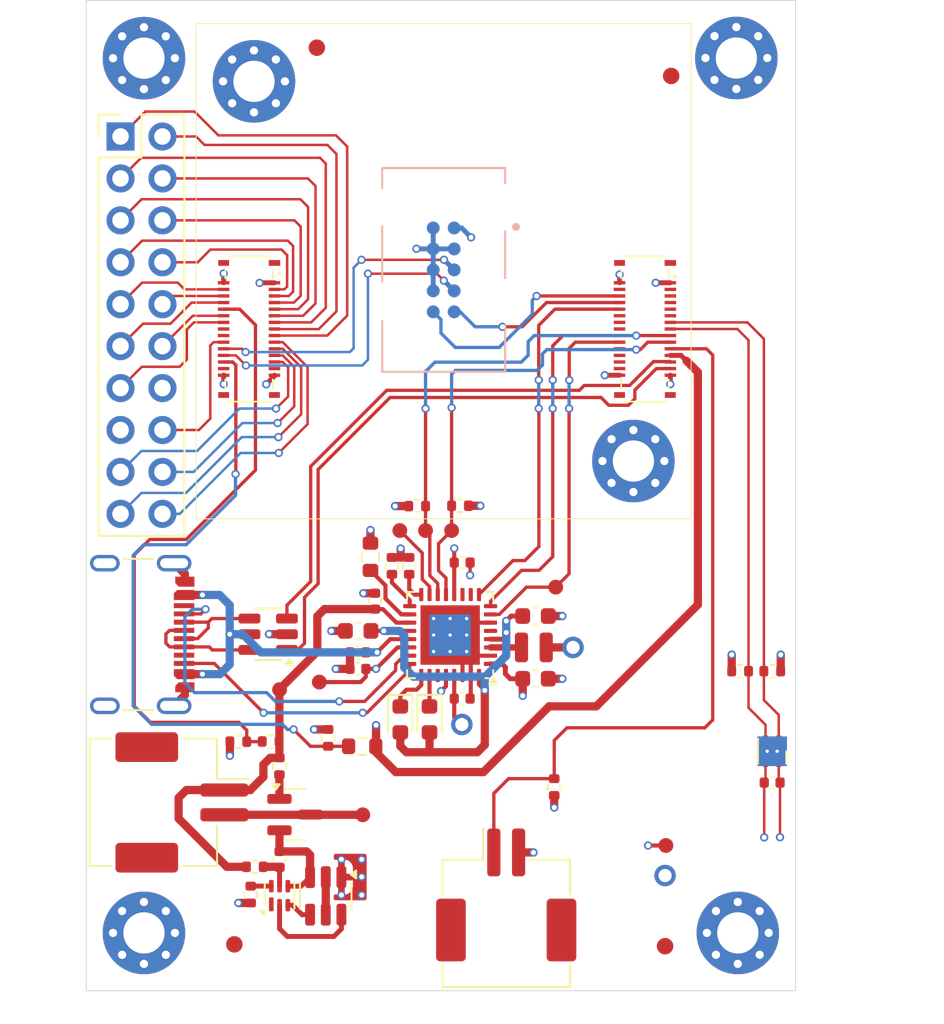
<source format=kicad_pcb>
(kicad_pcb (version 20240108) (generator "pcbnew") (generator_version "8.0")
  (layers (0 "F.Cu" signal) (1 "In1.Cu" jumper) (2 "In2.Cu" power) (31 "B.Cu" signal) (34 "B.Paste" user) (35 "F.Paste" user) (36 "B.SilkS" user "B.Silkscreen") (37 "F.SilkS" user "F.Silkscreen") (38 "B.Mask" user) (39 "F.Mask" user) (44 "Edge.Cuts" user))
  (net 0 "")
  (net 1 "/MCU/+1.8V_LS1")
  (net 2 "GND")
  (net 3 "Net-(IC301-BAT)")
  (net 4 "Net-(IC301-VSS)")
  (net 5 "/POWER/+5V_VBUSIN")
  (net 6 "/MCU/+3.7V_BAT")
  (net 7 "/MCU/+1.8V_VDD_nRF")
  (net 8 "/POWER/VSYS")
  (net 9 "Net-(CON101-D--PadA7)")
  (net 10 "/POWER/CC2")
  (net 13 "/POWER/CC1")
  (net 14 "Net-(CON101-D+-PadA6)")
  (net 16 "/MCU/NRF_EXT_INT")
  (net 18 "/POWER/BAT-")
  (net 19 "NRF_SWCLK")
  (net 20 "NRF_SWDIO")
  (net 21 "NRF_UART_TX")
  (net 22 "NRF_UART_RX")
  (net 23 "/MCU/USB_D-")
  (net 24 "/MCU/USB_D+")
  (net 25 "Net-(D301-K)")
  (net 26 "Net-(D302-K)")
  (net 27 "NRF_I2C_SCL")
  (net 28 "NRF_I2C_SDA")
  (net 31 "Net-(IC301-Dout)")
  (net 32 "Net-(IC301-Cout)")
  (net 33 "Net-(IC301-V-)")
  (net 36 "/MCU/LS1_CTRL")
  (net 38 "Net-(IC302-VSET2)")
  (net 39 "/POWER/PMIC_NTC")
  (net 40 "Net-(IC302-VSET1)")
  (net 41 "/MCU/NRF_PMIC_SDA")
  (net 42 "/POWER/SHPHLD")
  (net 43 "/MCU/NRF_PMIC_SCL")
  (net 45 "/MCU/NRF_PMIC_INT")
  (net 46 "P0.27")
  (net 47 "3.7V_BAT_Sense")
  (net 48 "Net-(T301-G)")
  (net 49 "Net-(T302-D1{slash}D2-Pad2)")
  (net 50 "P1.15")
  (net 51 "P0.06")
  (net 53 "P1.11")
  (net 54 "P1.10")
  (net 59 "P0.10")
  (net 60 "P0.30")
  (net 61 "P0.26")
  (net 62 "P1.08")
  (net 63 "P0.28")
  (net 64 "P0.03")
  (net 65 "P0.29")
  (net 66 "P0.11")
  (net 67 "P0.31")
  (net 68 "P1.13")
  (net 69 "P0.05")
  (net 70 "P1.14")
  (net 72 "P1.12")
  (net 73 "/MCU/+5V_VBUS")
  (net 74 "/MCU/NRF_PMIC_RST")
  (net 75 "P0.04")
  (net 78 "/POWER/SW1")
  (footprint "Connector_PinHeader_2.54mm:PinHeader_2x10_P2.54mm_Vertical" (layer "F.Cu") (at 123.7 86.61)
    (property "Reference" "J201" (hide yes))
    (property "Value" "Conn_02x10_Odd_Even")
  )
  (footprint "CON:CON-SM02B-ZESS_TB" (layer "F.Cu") (at 147.131 130.53)
    (property "Reference" "CON102" (hide yes))
    (property "Value" "SM02B-ZESS-TB")
  )
  (footprint "Resistor_SMD:R_0402_1005Metric" (layer "F.Cu") (at 163.21 119 180)
    (property "Reference" "R207" (hide yes))
    (property "Value" "4k7")
  )
  (footprint "PCB:TP_Pad_D0.9mm" (layer "F.Cu") (at 133.34 120.12)
    (property "Reference" "TP302" (hide yes))
    (property "Value" "TP")
  )
  (footprint "Resistor_SMD:R_0402_1005Metric" (layer "F.Cu") (at 133.33 124.76 -90)
    (property "Reference" "R301" (hide yes))
    (property "Value" "10k")
  )
  (footprint "Capacitor_SMD:C_0603_1608Metric" (layer "F.Cu") (at 138.105 116.56 180)
    (property "Reference" "C306" (hide yes))
    (property "Value" "10uF")
  )
  (footprint "Resistor_SMD:R_0402_1005Metric" (layer "F.Cu") (at 131.59 132.53 -90)
    (property "Reference" "R302" (hide yes))
    (property "Value" "2k")
  )
  (footprint "Resistor_SMD:R_0402_1005Metric" (layer "F.Cu") (at 132.8 123.26 180)
    (property "Reference" "R210" (hide yes))
    (property "Value" "1M")
  )
  (footprint "Package_TO_SOT_SMD:SOT-23-6" (layer "F.Cu") (at 132.65 116.7625 180)
    (property "Reference" "D101" (hide yes))
    (property "Value" "USBLC6-2")
  )
  (footprint "Resistor_SMD:R_0402_1005Metric" (layer "F.Cu") (at 141.68 109)
    (property "Reference" "R208" (hide yes))
    (property "Value" "4k7")
  )
  (footprint "MECH:M-NRF52840" (layer "F.Cu") (at 143.29 94.77)
    (property "Reference" "M201" (hide yes))
    (property "Value" "~")
  )
  (footprint "PCB:TP_Pad_D0.9mm" (layer "F.Cu") (at 140.63 110.48)
    (property "Reference" "TP305" (hide yes))
    (property "Value" "TP")
  )
  (footprint "Capacitor_SMD:C_0402_1005Metric" (layer "F.Cu") (at 139.13 114.76 90)
    (property "Reference" "C303" (hide yes))
    (property "Value" "1uF")
  )
  (footprint "Resistor_SMD:R_0402_1005Metric" (layer "F.Cu") (at 149.99 126.02 90)
    (property "Reference" "R205" (hide yes))
    (property "Value" "1M")
  )
  (footprint "Resistor_SMD:R_0402_1005Metric" (layer "F.Cu") (at 141.2 112.62 90)
    (property "Reference" "R305" (hide yes))
    (property "Value" "0")
  )
  (footprint "Resistor_SMD:R_0402_1005Metric" (layer "F.Cu") (at 140.15 112.62 90)
    (property "Reference" "R304" (hide yes))
    (property "Value" "200k")
  )
  (footprint "Capacitor_SMD:C_0603_1608Metric" (layer "F.Cu") (at 148.855 119.46)
    (property "Reference" "C305" (hide yes))
    (property "Value" "10uF")
  )
  (footprint "Resistor_SMD:R_0402_1005Metric" (layer "F.Cu") (at 136.285 123.04 90)
    (property "Reference" "R202" (hide yes))
    (property "Value" "10k")
  )
  (footprint "QFN:QFN-32-1EP_5x5mm_P0.5mm_EP3.6x3.6mm_ThermalVias" (layer "F.Cu") (at 143.68 116.81 180)
    (property "Reference" "IC302" (hide yes))
    (property "Value" "IC_PWREG-NPM1300")
  )
  (footprint "Capacitor_SMD:C_0402_1005Metric" (layer "F.Cu") (at 144.41 112.42)
    (property "Reference" "C304" (hide yes))
    (property "Value" "100nF")
  )
  (footprint "Resistor_SMD:R_0402_1005Metric" (layer "F.Cu") (at 144.28 108.98 180)
    (property "Reference" "R206" (hide yes))
    (property "Value" "4k7")
  )
  (footprint "PCB:PCB-FID-JLCPCB" (layer "F.Cu") (at 130.6 135.55)
    (property "Reference" "FID104" (hide yes))
    (property "Value" "Fiducal-JLCPPCB")
  )
  (footprint "CON:CON-SM02B-ZESS_TB" (layer "F.Cu") (at 129.44 127.001 -90)
    (property "Reference" "CON103" (hide yes))
    (property "Value" "SM02B-ZESS-TB")
  )
  (footprint "Diode_SMD:D_0603_1608Metric" (layer "F.Cu") (at 142.43 121.9225 -90)
    (property "Reference" "D301" (hide yes))
    (property "Value" "GREEN")
  )
  (footprint "Capacitor_SMD:C_0402_1005Metric" (layer "F.Cu") (at 133.34 130.4 90)
    (property "Reference" "C301" (hide yes))
    (property "Value" "100nF")
  )
  (footprint "Capacitor_SMD:C_0402_1005Metric" (layer "F.Cu") (at 138.09 118.86 180)
    (property "Reference" "C309" (hide yes))
    (property "Value" "1uF")
  )
  (footprint "Capacitor_SMD:C_0402_1005Metric" (layer "F.Cu") (at 138.09 117.86 180)
    (property "Reference" "C302" (hide yes))
    (property "Value" "1uF")
  )
  (footprint "Capacitor_SMD:C_0402_1005Metric" (layer "F.Cu") (at 163.2 125.75)
    (property "Reference" "C221" (hide yes))
    (property "Value" "100nF")
  )
  (footprint "MountingHole:MountingHole_2.5mm_Pad_Via" (layer "F.Cu") (at 161.03 81.855825)
    (property "Reference" "MH103" (hide yes))
    (property "Value" "~")
  )
  (footprint "PCB:TP_Pad_D0.9mm" (layer "F.Cu") (at 143.77 110.48)
    (property "Reference" "TP204" (hide yes))
    (property "Value" "TP")
  )
  (footprint "MountingHole:MountingHole_2.5mm_Pad_Via" (layer "F.Cu") (at 125.12 81.865825)
    (property "Reference" "MH101" (hide yes))
    (property "Value" "~")
  )
  (footprint "PCB:PCB-NPTH-JLCPCB" (layer "F.Cu") (at 163.25 130.63)
    (property "Reference" "PCB102" (hide yes))
    (property "Value" "Tooling Hole JLCPCB")
  )
  (footprint "IND_SMD:L_0806" (layer "F.Cu") (at 148.755 117.56 180)
    (property "Reference" "L301" (hide yes))
    (property "Value" "2.2uH")
  )
  (footprint "PCB:TP_Pad_D0.9mm" (layer "F.Cu") (at 150.08 113.91)
    (property "Reference" "TP304" (hide yes))
    (property "Value" "TP")
  )
  (footprint "Diode_SMD:D_0603_1608Metric" (layer "F.Cu") (at 140.66 121.9225 -90)
    (property "Reference" "D302" (hide yes))
    (property "Value" "RED")
  )
  (footprint "PCB:PCB-NPTH-JLCPCB" (layer "F.Cu") (at 129.16 80.68)
    (property "Reference" "PCB101" (hide yes))
    (property "Value" "Tooling Hole JLCPCB")
  )
  (footprint "PCB:TP_Pad_D0.9mm" (layer "F.Cu") (at 135.75 119.66)
    (property "Reference" "TP310" (hide yes))
    (property "Value" "TP")
  )
  (footprint "PCB:TP_Pad_D0.9mm" (layer "F.Cu") (at 138.385 127.7005)
    (property "Reference" "TP301" (hide yes))
    (property "Value" "TP")
  )
  (footprint "CON:CON-GEN-USB_C-16P" (layer "F.Cu") (at 123.825 116.79 -90)
    (property "Reference" "CON101" (hide yes))
    (property "Value" "G Switch GT USB 7010ASV")
  )
  (footprint "Resistor_SMD:R_0402_1005Metric" (layer "F.Cu") (at 161.26 119)
    (property "Reference" "R204" (hide yes))
    (property "Value" "4k7")
  )
  (footprint "PCB:TP_Pad_D0.9mm" (layer "F.Cu") (at 156.76 129.56)
    (property "Reference" "TP306" (hide yes))
    (property "Value" "TP")
  )
  (footprint "Resistor_SMD:R_0402_1005Metric" (layer "F.Cu") (at 130.84 123.27 180)
    (property "Reference" "R211" (hide yes))
    (property "Value" "750k")
  )
  (footprint "PCB:TP_THT_D0.8mm" (layer "F.Cu") (at 144.39 122.23)
    (property "Reference" "TP309" (hide yes))
    (property "Value" "Testpoint-BASE")
  )
  (footprint "Resistor_SMD:R_0603_1608Metric" (layer "F.Cu") (at 138.35 123.55 180)
    (property "Reference" "R201" (hide yes))
    (property "Value" "10k")
  )
  (footprint "PCB:TP_THT_D0.8mm" (layer "F.Cu") (at 151.13 117.56)
    (property "Reference" "TP308" (hide yes))
    (property "Value" "Testpoint-BASE")
  )
  (footprint "Package_SON:WSON-6_1.5x1.5mm_P0.5mm" (layer "F.Cu") (at 133.34 132.6 90)
    (property "Reference" "IC301" (hide yes))
    (property "Value" "IC_PWREG-BQ29700")
  )
  (footprint "PCB:PCB-FID-JLCPCB" (layer "F.Cu") (at 156.71 135.66)
    (property "Reference" "FID103" (hide yes))
    (property "Value" "Fiducal-JLCPPCB")
  )
  (footprint "MountingHole:MountingHole_2.5mm_Pad_Via" (layer "F.Cu") (at 161.12 134.855825)
    (property "Reference" "MH102" (hide yes))
    (property "Value" "~")
  )
  (footprint "PCB:TP_Pad_D0.9mm" (layer "F.Cu") (at 142.19 110.48)
    (property "Reference" "TP205" (hide yes))
    (property "Value" "TP")
  )
  (footprint "Package_TO_SOT_SMD:SOT-23" (layer "F.Cu") (at 134.2725 127.688)
    (property "Reference" "T301" (hide yes))
    (property "Value" "SI2312BDS")
  )
  (footprint "DFN:DNF-1.5x1.5_H0.54-SHT40-AD1B_THPAD" (layer "F.Cu") (at 163.2 123.85 180)
    (property "Reference" "IC202" (hide yes))
    (property "Value" "IC_SENS-SHT40-AD1B_THP")
  )
  (footprint "PCB:TP_THT_D0.8mm" (layer "F.Cu") (at 156.71 131.38)
    (property "Reference" "TP303" (hide yes))
    (property "Value" "Testpoint-BASE")
  )
  (footprint "Capacitor_SMD:C_0603_1608Metric" (layer "F.Cu") (at 148.855 115.66)
    (property "Reference" "C308" (hide yes))
    (property "Value" "10uF")
  )
  (footprint "PCB:PCB-FID-JLCPCB" (layer "F.Cu") (at 135.6 81.23)
    (property "Reference" "FID101" (hide yes))
    (property "Value" "Fiducal-JLCPPCB")
  )
  (footprint "Capacitor_SMD:C_0402_1005Metric" (layer "F.Cu") (at 144.41 120.66)
    (property "Reference" "C307" (hide yes))
    (property "Value" "1uF")
  )
  (footprint "PCB:PCB-FID-JLCPCB" (layer "F.Cu") (at 157.08 82.94)
    (property "Reference" "FID102" (hide yes))
    (property "Value" "Fiducal-JLCPPCB")
  )
  (footprint "PCB:PCB-NPTH-JLCPCB" (layer "F.Cu") (at 157.29 80.65)
    (property "Reference" "PCB103" (hide yes))
    (property "Value" "Tooling Hole JLCPCB")
  )
  (footprint "Resistor_SMD:R_0603_1608Metric" (layer "F.Cu") (at 138.85 112.07 90)
    (property "Reference" "R306" (hide yes))
    (property "Value" "10k")
  )
  (footprint "Package_TO_SOT_SMD:SOT-23-6" (layer "F.Cu") (at 136.14 132.6125 -90)
    (property "Reference" "T302" (hide yes))
    (property "Value" "DMG6968UDM")
  )
  (footprint "PCB:PCB-NPTH-JLCPCB" (layer "F.Cu") (at 129.26 133.27)
    (property "Reference" "PCB104" (hide yes))
    (property "Value" "Tooling Hole JLCPCB")
  )
  (footprint "MountingHole:MountingHole_2.5mm_Pad_Via" (layer "F.Cu") (at 125.12 134.855825)
    (property "Reference" "MH104" (hide yes))
    (property "Value" "~")
  )
  (footprint "Resistor_SMD:R_0402_1005Metric" (layer "F.Cu") (at 131.84 130.85)
    (property "Reference" "R303" (hide yes))
    (property "Value" "330")
  )
  (gr_rect (start 121.62 78.365825) (end 164.62 138.355825) (stroke (width 0.05)) (fill none) (layer "Edge.Cuts"))
  (segment (start 162.72 129.07) (end 162.72 125.75) (width 0.15) (layer "F.Cu") (net 1))
  (segment (start 143.93 120.66) (end 143.93 121.77) (width 0.25) (layer "F.Cu") (net 1))
  (segment (start 143.93 121.77) (end 144.39 122.23) (width 0.25) (layer "F.Cu") (net 1))
  (segment (start 163.72 118) (end 163.72 119) (width 0.5) (layer "F.Cu") (net 1))
  (segment (start 143.93 120.66) (end 143.93 119.26) (width 0.25) (layer "F.Cu") (net 1))
  (segment (start 162.8 125.67) (end 162.8 124.55) (width 0.15) (layer "F.Cu") (net 1))
  (segment (start 162.72 125.75) (end 162.8 125.67) (width 0.15) (layer "F.Cu") (net 1))
  (segment (start 160.75 119) (end 160.75 118) (width 0.5) (layer "F.Cu") (net 1))
  (via (at 160.75 118) (size 0.5) (drill 0.3) (layers "F.Cu" "B.Cu") (net 1))
  (via (at 162.72 129.07) (size 0.5) (drill 0.3) (layers "F.Cu" "B.Cu") (net 1))
  (via (at 163.72 118) (size 0.5) (drill 0.3) (layers "F.Cu" "B.Cu") (net 1))
  (segment (start 137.61 117.86) (end 137.61 118.86) (width 0.5) (layer "F.Cu") (net 2))
  (segment (start 163.68 125.75) (end 163.68 129.06) (width 0.15) (layer "F.Cu") (net 2))
  (segment (start 131.59 133.04) (end 130.84 133.04) (width 0.5) (layer "F.Cu") (net 2))
  (segment (start 144.43 116.06) (end 143.68 116.81) (width 0.25) (layer "F.Cu") (net 2))
  (segment (start 146.13 116.06) (end 144.43 116.06) (width 0.25) (layer "F.Cu") (net 2))
  (segment (start 133.03 101.07) (end 133.03 101.12) (width 0.3) (layer "F.Cu") (net 2))
  (segment (start 140.68 111.57) (end 140.68 112.11) (width 0.5) (layer "F.Cu") (net 2))
  (segment (start 127.6 119.98) (end 127.6 120.45) (width 0.5) (layer "F.Cu") (net 2))
  (segment (start 132.7125 116.7625) (end 132.7 116.75) (width 0.5) (layer "F.Cu") (net 2))
  (segment (start 133.7875 116.7625) (end 132.7125 116.7625) (width 0.5) (layer "F.Cu") (net 2))
  (segment (start 129.95 95.47) (end 129.95 94.91) (width 0.3) (layer "F.Cu") (net 2))
  (segment (start 144.43 119.26) (end 144.43 117.56) (width 0.25) (layer "F.Cu") (net 2))
  (segment (start 137.61 118.86) (end 136.75 118.86) (width 0.5) (layer "F.Cu") (net 2))
  (segment (start 133.03 101.12) (end 132.53 101.62) (width 0.3) (layer "F.Cu") (net 2))
  (segment (start 146.13 118.06) (end 144.93 118.06) (width 0.25) (layer "F.Cu") (net 2))
  (segment (start 136.285 122.53) (end 135.43 122.53) (width 0.5) (layer "F.Cu") (net 2))
  (segment (start 126.95 112.46) (end 127.6 113.11) (width 0.5) (layer "F.Cu") (net 2))
  (segment (start 144.43 117.56) (end 143.68 116.81) (width 0.25) (layer "F.Cu") (net 2))
  (segment (start 137.33 116.56) (end 136.48 116.56) (width 0.5) (layer "F.Cu") (net 2))
  (segment (start 144.93 118.06) (end 144.68 117.81) (width 0.25) (layer "F.Cu") (net 2))
  (segment (start 140.15 112.11) (end 140.68 112.11) (width 0.5) (layer "F.Cu") (net 2))
  (segment (start 138.85 111.245) (end 138.85 110.45) (width 0.5) (layer "F.Cu") (net 2))
  (segment (start 149.63 119.46) (end 150.48 119.46) (width 0.5) (layer "F.Cu") (net 2))
  (segment (start 144.93 119.26) (end 144.93 118.06) (width 0.25) (layer "F.Cu") (net 2))
  (segment (start 130.33 123.27) (end 130.33 124.12) (width 0.5) (layer "F.Cu") (net 2))
  (segment (start 148.7255 129.98) (end 148.7305 129.985) (width 0.5) (layer "F.Cu") (net 2))
  (segment (start 157.03 101.07) (end 157.03 101.61) (width 0.3) (layer "F.Cu") (net 2))
  (segment (start 144.93 119.26) (end 144.93 120.62) (width 0.25) (layer "F.Cu") (net 2))
  (segment (start 139.13 114.28) (end 138.42 114.28) (width 0.5) (layer "F.Cu") (net 2))
  (segment (start 144.89 112.42) (end 144.89 113.19) (width 0.2) (layer "F.Cu") (net 2))
  (segment (start 144.93 118.06) (end 143.68 116.81) (width 0.25) (layer "F.Cu") (net 2))
  (segment (start 127.6 113.11) (end 127.6 113.58) (width 0.5) (layer "F.Cu") (net 2))
  (segment (start 149.63 115.66) (end 150.48 115.66) (width 0.5) (layer "F.Cu") (net 2))
  (segment (start 147.83 129.98) (end 148.7255 129.98) (width 0.5) (layer "F.Cu") (net 2))
  (segment (start 140.68 112.11) (end 141.2 112.11) (width 0.5) (layer "F.Cu") (net 2))
  (segment (start 127.6 120.45) (end 126.95 121.1) (width 0.5) (layer "F.Cu") (net 2))
  (segment (start 163.6 125.67) (end 163.6 124.55) (width 0.15) (layer "F.Cu") (net 2))
  (segment (start 153.95 95.47) (end 153.95 94.97) (width 0.3) (layer "F.Cu") (net 2))
  (segment (start 163.68 125.75) (end 163.6 125.67) (width 0.15) (layer "F.Cu") (net 2))
  (segment (start 144.93 120.62) (end 144.89 120.66) (width 0.25) (layer "F.Cu") (net 2))
  (via (at 136.48 116.56) (size 0.5) (drill 0.3) (layers "F.Cu" "B.Cu") (net 2))
  (via (at 153.95 94.97) (size 0.5) (drill 0.3) (layers "F.Cu" "B.Cu") (net 2))
  (via (at 130.33 124.12) (size 0.5) (drill 0.3) (layers "F.Cu" "B.Cu") (net 2))
  (via (at 141.64 93.41) (size 0.5) (drill 0.3) (layers "F.Cu" "B.Cu") (net 2))
  (via (at 138.32 130.4) (size 0.5) (drill 0.3) (layers "F.Cu" "B.Cu") (net 2))
  (via (at 150.48 119.46) (size 0.5) (drill 0.3) (layers "F.Cu" "B.Cu") (net 2))
  (via (at 138.32 131.46) (size 0.5) (drill 0.3) (layers "F.Cu" "B.Cu") (net 2))
  (via (at 132.53 101.62) (size 0.5) (drill 0.3) (layers "F.Cu" "B.Cu") (net 2))
  (via (at 132.7 116.75) (size 0.5) (drill 0.3) (layers "F.Cu" "B.Cu") (net 2))
  (via (at 163.68 129.06) (size 0.5) (drill 0.3) (layers "F.Cu" "B.Cu") (net 2))
  (via (at 137.09 132.56) (size 0.5) (drill 0.3) (layers "F.Cu" "B.Cu") (net 2))
  (via (at 129.95 94.91) (size 0.5) (drill 0.3) (layers "F.Cu" "B.Cu") (net 2))
  (via (at 135.43 122.53) (size 0.5) (drill 0.3) (layers "F.Cu" "B.Cu") (net 2))
  (via (at 130.84 133.04) (size 0.5) (drill 0.3) (layers "F.Cu" "B.Cu") (net 2))
  (via (at 137.09 130.4) (size 0.5) (drill 0.3) (layers "F.Cu" "B.Cu") (net 2))
  (via (at 138.42 114.28) (size 0.5) (drill 0.3) (layers "F.Cu" "B.Cu") (net 2))
  (via (at 148.7305 129.985) (size 0.5) (drill 0.3) (layers "F.Cu" "B.Cu") (net 2))
  (via (at 144.89 113.19) (size 0.5) (drill 0.3) (layers "F.Cu" "B.Cu") (net 2))
  (via (at 136.75 118.86) (size 0.5) (drill 0.3) (layers "F.Cu" "B.Cu") (net 2))
  (via (at 138.32 132.56) (size 0.5) (drill 0.3) (layers "F.Cu" "B.Cu") (net 2))
  (via (at 157.03 101.61) (size 0.5) (drill 0.3) (layers "F.Cu" "B.Cu") (net 2))
  (via (at 150.48 115.66) (size 0.5) (drill 0.3) (layers "F.Cu" "B.Cu") (net 2))
  (via (at 138.85 110.45) (size 0.5) (drill 0.3) (layers "F.Cu" "B.Cu") (net 2))
  (via (at 140.68 111.57) (size 0.5) (drill 0.3) (layers "F.Cu" "B.Cu") (net 2))
  (segment (start 142.655 93.42) (end 141.65 93.42) (width 0.3) (layer "B.Cu") (net 2))
  (segment (start 143.925 93.42) (end 142.655 93.42) (width 0.3) (layer "B.Cu") (net 2))
  (segment (start 142.655 92.15) (end 142.655 95.96) (width 0.3) (layer "B.Cu") (net 2))
  (segment (start 141.65 93.42) (end 141.64 93.41) (width 0.3) (layer "B.Cu") (net 2))
  (segment (start 133.31 130.85) (end 133.34 130.88) (width 0.5) (layer "F.Cu") (net 3))
  (segment (start 132.35 130.85) (end 133.31 130.85) (width 0.5) (layer "F.Cu") (net 3))
  (segment (start 133.34 132.025) (end 133.34 130.88) (width 0.3) (layer "F.Cu") (net 3))
  (segment (start 134.64 132.025) (end 135.19 131.475) (width 0.3) (layer "F.Cu") (net 4))
  (segment (start 133.335 128.638) (end 133.335 129.915) (width 0.5) (layer "F.Cu") (net 4))
  (segment (start 135.19 130.13) (end 135.19 131.475) (width 0.5) (layer "F.Cu") (net 4))
  (segment (start 134.98 129.92) (end 135.19 130.13) (width 0.5) (layer "F.Cu") (net 4))
  (segment (start 133.34 129.92) (end 134.98 129.92) (width 0.5) (layer "F.Cu") (net 4))
  (segment (start 133.84 132.025) (end 134.64 132.025) (width 0.3) (layer "F.Cu") (net 4))
  (segment (start 133.335 129.915) (end 133.34 129.92) (width 0.5) (layer "F.Cu") (net 4))
  (segment (start 127.55 119.18) (end 128.67 119.18) (width 0.5) (layer "F.Cu") (net 5))
  (segment (start 140.05 117.06) (end 139.25 117.86) (width 0.25) (layer "F.Cu") (net 5))
  (segment (start 130.3225 116.7625) (end 130.32 116.76) (width 0.5) (layer "F.Cu") (net 5))
  (segment (start 127.55 114.38) (end 128.67 114.38) (width 0.5) (layer "F.Cu") (net 5))
  (segment (start 141.23 117.06) (end 140.05 117.06) (width 0.25) (layer "F.Cu") (net 5))
  (segment (start 139.25 117.86) (end 138.57 117.86) (width 0.25) (layer "F.Cu") (net 5))
  (segment (start 131.5125 116.7625) (end 130.3225 116.7625) (width 0.5) (layer "F.Cu") (net 5))
  (via (at 128.67 119.18) (size 0.5) (drill 0.3) (layers "F.Cu" "B.Cu") (net 5))
  (via (at 130.32 116.76) (size 0.5) (drill 0.3) (layers "F.Cu" "B.Cu") (net 5))
  (via (at 139.25 117.86) (size 0.5) (drill 0.3) (layers "F.Cu" "B.Cu") (net 5))
  (via (at 128.67 114.38) (size 0.5) (drill 0.3) (layers "F.Cu" "B.Cu") (net 5))
  (segment (start 130.32 118.59) (end 130.32 116.76) (width 0.5) (layer "B.Cu") (net 5))
  (segment (start 129.73 119.18) (end 130.32 118.59) (width 0.5) (layer "B.Cu") (net 5))
  (segment (start 130.32 116.76) (end 131.11 116.76) (width 0.5) (layer "B.Cu") (net 5))
  (segment (start 131.11 116.76) (end 132.21 117.86) (width 0.5) (layer "B.Cu") (net 5))
  (segment (start 128.67 119.18) (end 129.73 119.18) (width 0.5) (layer "B.Cu") (net 5))
  (segment (start 132.21 117.86) (end 139.25 117.86) (width 0.5) (layer "B.Cu") (net 5))
  (segment (start 129.7 114.38) (end 128.67 114.38) (width 0.5) (layer "B.Cu") (net 5))
  (segment (start 130.32 116.76) (end 130.32 115) (width 0.5) (layer "B.Cu") (net 5))
  (segment (start 130.32 115) (end 129.7 114.38) (width 0.5) (layer "B.Cu") (net 5))
  (segment (start 127.22 127.93) (end 127.22 126.67) (width 0.5) (layer "F.Cu") (net 6))
  (segment (start 135.63 117.8) (end 135.63 115.67) (width 0.5) (layer "F.Cu") (net 6))
  (segment (start 130.14 130.85) (end 127.22 127.93) (width 0.5) (layer "F.Cu") (net 6))
  (segment (start 135.63 115.67) (end 136.06 115.24) (width 0.5) (layer "F.Cu") (net 6))
  (segment (start 140.42 116.06) (end 141.23 116.06) (width 0.25) (layer "F.Cu") (net 6))
  (segment (start 133.33 120.1) (end 135.63 117.8) (width 0.5) (layer "F.Cu") (net 6))
  (segment (start 133.33 123.27) (end 133.33 124.25) (width 0.5) (layer "F.Cu") (net 6))
  (segment (start 132.36 125.41) (end 132.36 124.66) (width 0.5) (layer "F.Cu") (net 6))
  (segment (start 131.33 130.85) (end 130.14 130.85) (width 0.5) (layer "F.Cu") (net 6))
  (segment (start 129.89 126.2) (end 131.57 126.2) (width 0.5) (layer "F.Cu") (net 6))
  (segment (start 132.36 124.66) (end 132.77 124.25) (width 0.5) (layer "F.Cu") (net 6))
  (segment (start 127.69 126.2) (end 129.89 126.2) (width 0.5) (layer "F.Cu") (net 6))
  (segment (start 139.13 115.24) (end 139.6 115.24) (width 0.25) (layer "F.Cu") (net 6))
  (segment (start 131.57 126.2) (end 132.36 125.41) (width 0.5) (layer "F.Cu") (net 6))
  (segment (start 136.06 115.24) (end 139.13 115.24) (width 0.5) (layer "F.Cu") (net 6))
  (segment (start 139.6 115.24) (end 140.42 116.06) (width 0.25) (layer "F.Cu") (net 6))
  (segment (start 127.22 126.67) (end 127.69 126.2) (width 0.5) (layer "F.Cu") (net 6))
  (segment (start 132.77 124.25) (end 133.33 124.25) (width 0.5) (layer "F.Cu") (net 6))
  (segment (start 133.33 123.27) (end 133.33 120.1) (width 0.5) (layer "F.Cu") (net 6))
  (segment (start 129.95 101.07) (end 129.95 101.61) (width 0.3) (layer "F.Cu") (net 7))
  (segment (start 157.03 95.47) (end 156.14 95.47) (width 0.3) (layer "F.Cu") (net 7))
  (segment (start 143.43 119.91) (end 143.13 120.21) (width 0.25) (layer "F.Cu") (net 7))
  (segment (start 143.93 114.36) (end 143.93 112.42) (width 0.25) (layer "F.Cu") (net 7))
  (segment (start 148.08 120.49) (end 148.08 119.46) (width 0.5) (layer "F.Cu") (net 7))
  (segment (start 147.03 118.76) (end 146.83 118.56) (width 0.3) (layer "F.Cu") (net 7))
  (segment (start 148.08 119.46) (end 147.33 119.46) (width 0.3) (layer "F.Cu") (net 7))
  (segment (start 141.17 109) (end 140.34 109) (width 0.5) (layer "F.Cu") (net 7))
  (segment (start 143.43 119.26) (end 143.43 119.91) (width 0.25) (layer "F.Cu") (net 7))
  (segment (start 132.14 95.47) (end 132.13 95.48) (width 0.3) (layer "F.Cu") (net 7))
  (segment (start 149.505 117.56) (end 151.13 117.56) (width 0.5) (layer "F.Cu") (net 7))
  (segment (start 147.33 119.46) (end 147.03 119.16) (width 0.3) (layer "F.Cu") (net 7))
  (segment (start 156.76 129.56) (end 155.68 129.56) (width 0.25) (layer "F.Cu") (net 7))
  (segment (start 153.95 101.07) (end 153.05 101.07) (width 0.3) (layer "F.Cu") (net 7))
  (segment (start 133.03 95.47) (end 132.14 95.47) (width 0.3) (layer "F.Cu") (net 7))
  (segment (start 143.93 112.42) (end 143.93 111.56) (width 0.25) (layer "F.Cu") (net 7))
  (segment (start 144.79 108.98) (end 145.51 108.98) (width 0.5) (layer "F.Cu") (net 7))
  (segment (start 149.99 126.53) (end 149.99 127.26) (width 0.5) (layer "F.Cu") (net 7))
  (segment (start 147.03 119.16) (end 147.03 118.76) (width 0.3) (layer "F.Cu") (net 7))
  (segment (start 146.83 118.56) (end 146.13 118.56) (width 0.3) (layer "F.Cu") (net 7))
  (via (at 144.95 92.72) (size 0.5) (drill 0.3) (layers "F.Cu" "B.Cu") (net 7))
  (via (at 148.08 120.49) (size 0.5) (drill 0.3) (layers "F.Cu" "B.Cu") (net 7))
  (via (at 132.13 95.48) (size 0.5) (drill 0.3) (layers "F.Cu" "B.Cu") (net 7))
  (via (at 145.51 108.98) (size 0.5) (drill 0.3) (layers "F.Cu" "B.Cu") (net 7))
  (via (at 143.93 111.56) (size 0.5) (drill 0.3) (layers "F.Cu" "B.Cu") (net 7))
  (via (at 143.13 120.21) (size 0.5) (drill 0.3) (layers "F.Cu" "B.Cu") (net 7))
  (via (at 129.95 101.61) (size 0.5) (drill 0.3) (layers "F.Cu" "B.Cu") (net 7))
  (via (at 149.99 127.26) (size 0.5) (drill 0.3) (layers "F.Cu" "B.Cu") (net 7))
  (via (at 155.68 129.56) (size 0.5) (drill 0.3) (layers "F.Cu" "B.Cu") (net 7))
  (via (at 156.14 95.47) (size 0.5) (drill 0.3) (layers "F.Cu" "B.Cu") (net 7))
  (via (at 140.34 109) (size 0.5) (drill 0.3) (layers "F.Cu" "B.Cu") (net 7))
  (via (at 153.05 101.07) (size 0.5) (drill 0.3) (layers "F.Cu" "B.Cu") (net 7))
  (segment (start 143.925 92.15) (end 144.38 92.15) (width 0.3) (layer "B.Cu") (net 7))
  (segment (start 144.38 92.15) (end 144.95 92.72) (width 0.3) (layer "B.Cu") (net 7))
  (segment (start 145.43 119.81) (end 145.78 120.16) (width 0.25) (layer "F.Cu") (net 8))
  (segment (start 146.88 117.06) (end 146.13 117.06) (width 0.3) (layer "F.Cu") (net 8))
  (segment (start 142.43 122.71) (end 142.43 123.91) (width 0.5) (layer "F.Cu") (net 8))
  (segment (start 140.66 122.75) (end 140.66 123.54) (width 0.5) (layer "F.Cu") (net 8))
  (segment (start 147.08 116.66) (end 147.08 115.96) (width 0.3) (layer "F.Cu") (net 8))
  (segment (start 147.38 115.66) (end 148.08 115.66) (width 0.3) (layer "F.Cu") (net 8))
  (segment (start 142.43 123.91) (end 143.78 123.91) (width 0.5) (layer "F.Cu") (net 8))
  (segment (start 140.66 123.54) (end 141.03 123.91) (width 0.5) (layer "F.Cu") (net 8))
  (segment (start 147.08 116.66) (end 147.08 116.86) (width 0.3) (layer "F.Cu") (net 8))
  (segment (start 143.78 123.91) (end 145.18 123.91) (width 0.5) (layer "F.Cu") (net 8))
  (segment (start 141.23 116.56) (end 138.88 116.56) (width 0.25) (layer "F.Cu") (net 8))
  (segment (start 145.43 119.26) (end 145.43 119.81) (width 0.25) (layer "F.Cu") (net 8))
  (segment (start 147.08 116.86) (end 146.88 117.06) (width 0.3) (layer "F.Cu") (net 8))
  (segment (start 145.78 123.46) (end 145.78 120.16) (width 0.5) (layer "F.Cu") (net 8))
  (segment (start 141.03 123.91) (end 142.43 123.91) (width 0.5) (layer "F.Cu") (net 8))
  (segment (start 145.18 123.91) (end 145.33 123.91) (width 0.5) (layer "F.Cu") (net 8))
  (segment (start 147.08 115.96) (end 147.38 115.66) (width 0.3) (layer "F.Cu") (net 8))
  (segment (start 145.33 123.91) (end 145.78 123.46) (width 0.5) (layer "F.Cu") (net 8))
  (via (at 145.78 120.16) (size 0.5) (drill 0.3) (layers "F.Cu" "B.Cu") (net 8))
  (via (at 147.08 116.66) (size 0.5) (drill 0.3) (layers "F.Cu" "B.Cu") (net 8))
  (via (at 139.66 116.56) (size 0.5) (drill 0.3) (layers "F.Cu" "B.Cu") (net 8))
  (via (at 147.08 115.96) (size 0.5) (drill 0.3) (layers "F.Cu" "B.Cu") (net 8))
  (segment (start 147.08 118.06) (end 147.08 117.41) (width 0.5) (layer "B.Cu") (net 8))
  (segment (start 140.9 118.78) (end 141.45 119.33) (width 0.5) (layer "B.Cu") (net 8))
  (segment (start 147.08 117.41) (end 147.08 115.96) (width 0.5) (layer "B.Cu") (net 8))
  (segment (start 140.63 116.56) (end 140.9 116.83) (width 0.5) (layer "B.Cu") (net 8))
  (segment (start 147.08 117.41) (end 147.08 116.66) (width 0.5) (layer "B.Cu") (net 8))
  (segment (start 140.9 116.83) (end 140.9 118.78) (width 0.5) (layer "B.Cu") (net 8))
  (segment (start 139.66 116.56) (end 140.63 116.56) (width 0.5) (layer "B.Cu") (net 8))
  (segment (start 145.78 119.33) (end 145.78 120.16) (width 0.5) (layer "B.Cu") (net 8))
  (segment (start 145.81 119.33) (end 147.08 118.06) (width 0.5) (layer "B.Cu") (net 8))
  (segment (start 141.45 119.33) (end 145.81 119.33) (width 0.5) (layer "B.Cu") (net 8))
  (segment (start 128.37 117.03) (end 129.02 116.38) (width 0.2) (layer "F.Cu") (net 9))
  (segment (start 129.2375 115.8125) (end 131.5125 115.8125) (width 0.2) (layer "F.Cu") (net 9))
  (segment (start 129.02 116.03) (end 129.2375 115.8125) (width 0.2) (layer "F.Cu") (net 9))
  (segment (start 127.55 116.03) (end 129.02 116.03) (width 0.2) (layer "F.Cu") (net 9))
  (segment (start 127.55 117.03) (end 128.37 117.03) (width 0.2) (layer "F.Cu") (net 9))
  (segment (start 129.02 116.38) (end 129.02 116.03) (width 0.2) (layer "F.Cu") (net 9))
  (segment (start 129.38 118.53) (end 127.55 118.53) (width 0.2) (layer "F.Cu") (net 10))
  (segment (start 132.37 121.52) (end 129.38 118.53) (width 0.2) (layer "F.Cu") (net 10))
  (segment (start 141.23 118.93) (end 141.23 118.56) (width 0.2) (layer "F.Cu") (net 10))
  (segment (start 138.64 121.52) (end 141.23 118.93) (width 0.2) (layer "F.Cu") (net 10))
  (segment (start 138.38 121.52) (end 138.64 121.52) (width 0.2) (layer "F.Cu") (net 10))
  (via (at 132.37 121.52) (size 0.5) (drill 0.3) (layers "F.Cu" "B.Cu") (net 10))
  (via (at 138.38 121.52) (size 0.5) (drill 0.3) (layers "F.Cu" "B.Cu") (net 10))
  (segment (start 132.37 121.52) (end 138.38 121.52) (width 0.2) (layer "B.Cu") (net 10))
  (segment (start 138.5 120.83) (end 140.38 118.95) (width 0.2) (layer "F.Cu") (net 13))
  (segment (start 128.85 115.25) (end 128.57 115.53) (width 0.2) (layer "F.Cu") (net 13))
  (segment (start 140.38 118.95) (end 140.38 118.566326) (width 0.2) (layer "F.Cu") (net 13))
  (segment (start 136.96 120.83) (end 138.5 120.83) (width 0.2) (layer "F.Cu") (net 13))
  (segment (start 140.38 118.566326) (end 140.886326 118.06) (width 0.2) (layer "F.Cu") (net 13))
  (segment (start 128.57 115.53) (end 127.55 115.53) (width 0.2) (layer "F.Cu") (net 13))
  (segment (start 140.886326 118.06) (end 141.23 118.06) (width 0.2) (layer "F.Cu") (net 13))
  (via (at 128.85 115.25) (size 0.5) (drill 0.3) (layers "F.Cu" "B.Cu") (net 13))
  (via (at 136.96 120.83) (size 0.5) (drill 0.3) (layers "F.Cu" "B.Cu") (net 13))
  (segment (start 127.6 115.7) (end 128.05 115.25) (width 0.2) (layer "B.Cu") (net 13))
  (segment (start 136.96 120.83) (end 133.09 120.83) (width 0.2) (layer "B.Cu") (net 13))
  (segment (start 132.56 120.3) (end 128.19 120.3) (width 0.2) (layer "B.Cu") (net 13))
  (segment (start 128.05 115.25) (end 128.85 115.25) (width 0.2) (layer "B.Cu") (net 13))
  (segment (start 128.19 120.3) (end 127.6 119.71) (width 0.2) (layer "B.Cu") (net 13))
  (segment (start 127.6 119.71) (end 127.6 115.7) (width 0.2) (layer "B.Cu") (net 13))
  (segment (start 133.09 120.83) (end 132.56 120.3) (width 0.2) (layer "B.Cu") (net 13))
  (segment (start 126.67 116.53) (end 126.45 116.75) (width 0.2) (layer "F.Cu") (net 14))
  (segment (start 127.55 116.53) (end 126.67 116.53) (width 0.2) (layer "F.Cu") (net 14))
  (segment (start 126.45 116.75) (end 126.45 117.3) (width 0.2) (layer "F.Cu") (net 14))
  (segment (start 126.45 117.3) (end 126.68 117.53) (width 0.2) (layer "F.Cu") (net 14))
  (segment (start 129.08 117.53) (end 129.2625 117.7125) (width 0.2) (layer "F.Cu") (net 14))
  (segment (start 129.2625 117.7125) (end 131.5125 117.7125) (width 0.2) (layer "F.Cu") (net 14))
  (segment (start 126.68 117.53) (end 127.55 117.53) (width 0.2) (layer "F.Cu") (net 14))
  (segment (start 127.55 117.53) (end 129.08 117.53) (width 0.2) (layer "F.Cu") (net 14))
  (segment (start 147.2245 125.51) (end 149.99 125.51) (width 0.2) (layer "F.Cu") (net 16))
  (segment (start 159.6 121.95) (end 159.6 99.85) (width 0.2) (layer "F.Cu") (net 16))
  (segment (start 149.9905 125.5105) (end 149.99 125.51) (width 0.2) (layer "F.Cu") (net 16))
  (segment (start 159.22 99.47) (end 157.03 99.47) (width 0.2) (layer "F.Cu") (net 16))
  (segment (start 146.33 126.4045) (end 146.50725 126.22725) (width 0.2) (layer "F.Cu") (net 16))
  (segment (start 146.3495 126.385) (end 146.50725 126.22725) (width 0.2) (layer "F.Cu") (net 16))
  (segment (start 159.6 99.85) (end 159.22 99.47) (width 0.2) (layer "F.Cu") (net 16))
  (segment (start 150.76 122.43) (end 159.12 122.43) (width 0.2) (layer "F.Cu") (net 16))
  (segment (start 159.12 122.43) (end 159.6 121.95) (width 0.2) (layer "F.Cu") (net 16))
  (segment (start 149.99 123.2) (end 150.76 122.43) (width 0.2) (layer "F.Cu") (net 16))
  (segment (start 146.50725 126.22725) (end 147.2245 125.51) (width 0.2) (layer "F.Cu") (net 16))
  (segment (start 149.99 125.51) (end 149.99 123.2) (width 0.2) (layer "F.Cu") (net 16))
  (segment (start 146.33 129.98) (end 146.33 126.4045) (width 0.2) (layer "F.Cu") (net 16))
  (segment (start 129.99 127.7) (end 138.3845 127.7) (width 0.5) (layer "F.Cu") (net 18))
  (segment (start 138.3845 127.7) (end 138.385 127.7005) (width 0.5) (layer "F.Cu") (net 18))
  (segment (start 148.92 96.27) (end 153.95 96.27) (width 0.2) (layer "F.Cu") (net 19))
  (via (at 148.92 96.27) (size 0.5) (drill 0.3) (layers "F.Cu" "B.Cu") (net 19))
  (segment (start 146.65 99.39) (end 148.66 97.38) (width 0.2) (layer "B.Cu") (net 19))
  (segment (start 142.655 97.23) (end 143.1243 97.6993) (width 0.2) (layer "B.Cu") (net 19))
  (segment (start 143.1243 98.520392) (end 143.993908 99.39) (width 0.2) (layer "B.Cu") (net 19))
  (segment (start 148.66 96.53) (end 148.92 96.27) (width 0.2) (layer "B.Cu") (net 19))
  (segment (start 148.66 97.38) (end 148.66 96.53) (width 0.2) (layer "B.Cu") (net 19))
  (segment (start 143.1243 97.6993) (end 143.1243 98.520392) (width 0.2) (layer "B.Cu") (net 19))
  (segment (start 143.993908 99.39) (end 146.65 99.39) (width 0.2) (layer "B.Cu") (net 19))
  (segment (start 146.85 98.13645) (end 148.05355 98.13645) (width 0.2) (layer "F.Cu") (net 20))
  (segment (start 149.52 96.67) (end 153.95 96.67) (width 0.2) (layer "F.Cu") (net 20))
  (segment (start 148.05355 98.13645) (end 149.52 96.67) (width 0.2) (layer "F.Cu") (net 20))
  (via (at 146.85 98.13645) (size 0.5) (drill 0.3) (layers "F.Cu" "B.Cu") (net 20))
  (segment (start 145.191511 98.13645) (end 144.285061 97.23) (width 0.2) (layer "B.Cu") (net 20))
  (segment (start 144.285061 97.23) (end 143.925 97.23) (width 0.2) (layer "B.Cu") (net 20))
  (segment (start 146.85 98.13645) (end 145.191511 98.13645) (width 0.2) (layer "B.Cu") (net 20))
  (segment (start 142.88 94.92) (end 143.3 95.34) (width 0.15) (layer "F.Cu") (net 21))
  (segment (start 129.95 99.87) (end 130.69 99.87) (width 0.15) (layer "F.Cu") (net 21))
  (segment (start 138.7 94.92) (end 142.88 94.92) (width 0.15) (layer "F.Cu") (net 21))
  (segment (start 130.69 99.87) (end 131.3 100.48) (width 0.15) (layer "F.Cu") (net 21))
  (via (at 131.3 100.48) (size 0.5) (drill 0.3) (layers "F.Cu" "B.Cu") (net 21))
  (via (at 138.7 94.92) (size 0.5) (drill 0.3) (layers "F.Cu" "B.Cu") (net 21))
  (via (at 143.3 95.34) (size 0.5) (drill 0.3) (layers "F.Cu" "B.Cu") (net 21))
  (segment (start 143.92 95.96) (end 143.3 95.34) (width 0.3) (layer "B.Cu") (net 21))
  (segment (start 138.7 94.92) (end 138.7 100.13) (width 0.15) (layer "B.Cu") (net 21))
  (segment (start 138.35 100.48) (end 131.3 100.48) (width 0.15) (layer "B.Cu") (net 21))
  (segment (start 138.7 100.13) (end 138.35 100.48) (width 0.15) (layer "B.Cu") (net 21))
  (segment (start 143.925 95.96) (end 143.92 95.96) (width 0.3) (layer "B.Cu") (net 21))
  (segment (start 131.08 99.47) (end 131.28 99.67) (width 0.15) (layer "F.Cu") (net 22))
  (segment (start 129.95 99.47) (end 131.08 99.47) (width 0.15) (layer "F.Cu") (net 22))
  (segment (start 138.31 94.08) (end 143.31 94.08) (width 0.15) (layer "F.Cu") (net 22))
  (via (at 143.31 94.08) (size 0.5) (drill 0.3) (layers "F.Cu" "B.Cu") (net 22))
  (via (at 138.31 94.08) (size 0.5) (drill 0.3) (layers "F.Cu" "B.Cu") (net 22))
  (via (at 131.28 99.67) (size 0.5) (drill 0.3) (layers "F.Cu" "B.Cu") (net 22))
  (segment (start 138.31 94.08) (end 137.83 94.56) (width 0.15) (layer "B.Cu") (net 22))
  (segment (start 137.83 94.56) (end 137.83 99.44) (width 0.15) (layer "B.Cu") (net 22))
  (segment (start 143.925 94.69) (end 143.92 94.69) (width 0.3) (layer "B.Cu") (net 22))
  (segment (start 143.92 94.69) (end 143.31 94.08) (width 0.3) (layer "B.Cu") (net 22))
  (segment (start 137.6 99.67) (end 131.28 99.67) (width 0.15) (layer "B.Cu") (net 22))
  (segment (start 137.83 99.44) (end 137.6 99.67) (width 0.15) (layer "B.Cu") (net 22))
  (segment (start 157.03 100.27) (end 157.004999 100.244999) (width 0.2) (layer "F.Cu") (net 23))
  (segment (start 135.226756 106.595044) (end 135.226756 113.563244) (width 0.2) (layer "F.Cu") (net 23))
  (segment (start 151.81 101.69) (end 151.515 101.985) (width 0.2) (layer "F.Cu") (net 23))
  (segment (start 139.8368 101.985) (end 135.226756 106.595044) (width 0.2) (layer "F.Cu") (net 23))
  (segment (start 156.005001 100.244999) (end 154.56 101.69) (width 0.2) (layer "F.Cu") (net 23))
  (segment (start 133.7875 115.0025) (end 133.7875 115.8125) (width 0.2) (layer "F.Cu") (net 23))
  (segment (start 157.004999 100.244999) (end 156.005001 100.244999) (width 0.2) (layer "F.Cu") (net 23))
  (segment (start 135.226756 113.563244) (end 133.7875 115.0025) (width 0.2) (layer "F.Cu") (net 23))
  (segment (start 154.56 101.69) (end 151.81 101.69) (width 0.2) (layer "F.Cu") (net 23))
  (segment (start 151.515 101.985) (end 139.8368 101.985) (width 0.2) (layer "F.Cu") (net 23))
  (segment (start 134.449999 117.7125) (end 133.7875 117.7125) (width 0.2) (layer "F.Cu") (net 24))
  (segment (start 154.88 101.97) (end 154.88 102.5) (width 0.2) (layer "F.Cu") (net 24))
  (segment (start 154.88 102.5) (end 154.49 102.89) (width 0.2) (layer "F.Cu") (net 24))
  (segment (start 152.83 102.42) (end 140.0382 102.42) (width 0.2) (layer "F.Cu") (net 24))
  (segment (start 153.3 102.89) (end 152.83 102.42) (width 0.2) (layer "F.Cu") (net 24))
  (segment (start 156.18 100.67) (end 154.88 101.97) (width 0.2) (layer "F.Cu") (net 24))
  (segment (start 134.85 114.53) (end 134.85 117.312499) (width 0.2) (layer "F.Cu") (net 24))
  (segment (start 134.85 117.312499) (end 134.449999 117.7125) (width 0.2) (layer "F.Cu") (net 24))
  (segment (start 157.03 100.67) (end 156.18 100.67) (width 0.2) (layer "F.Cu") (net 24))
  (segment (start 135.676756 106.781444) (end 135.676756 113.703244) (width 0.2) (layer "F.Cu") (net 24))
  (segment (start 140.0382 102.42) (end 135.676756 106.781444) (width 0.2) (layer "F.Cu") (net 24))
  (segment (start 154.49 102.89) (end 153.3 102.89) (width 0.2) (layer "F.Cu") (net 24))
  (segment (start 135.676756 113.703244) (end 134.85 114.53) (width 0.2) (layer "F.Cu") (net 24))
  (segment (start 142.43 119.26) (end 142.43 121.135) (width 0.25) (layer "F.Cu") (net 25))
  (segment (start 141.93 119.26) (end 141.93 119.84) (width 0.25) (layer "F.Cu") (net 26))
  (segment (start 141.93 119.84) (end 141.65 120.12) (width 0.25) (layer "F.Cu") (net 26))
  (segment (start 141.04 120.12) (end 140.66 120.5) (width 0.25) (layer "F.Cu") (net 26))
  (segment (start 141.65 120.12) (end 141.04 120.12) (width 0.25) (layer "F.Cu") (net 26))
  (segment (start 140.66 120.5) (end 140.66 121.135) (width 0.25) (layer "F.Cu") (net 26))
  (segment (start 161.77 98.95) (end 161.09 98.27) (width 0.15) (layer "F.Cu") (net 27))
  (segment (start 161.09 98.27) (end 157.03 98.27) (width 0.15) (layer "F.Cu") (net 27))
  (segment (start 161.77 121.22) (end 161.77 119) (width 0.15) (layer "F.Cu") (net 27))
  (segment (start 161.77 119) (end 161.77 98.95) (width 0.15) (layer "F.Cu") (net 27))
  (segment (start 162.8 122.25) (end 161.77 121.22) (width 0.15) (layer "F.Cu") (net 27))
  (segment (start 162.8 123.15) (end 162.8 122.25) (width 0.15) (layer "F.Cu") (net 27))
  (segment (start 162.7 120.75) (end 162.7 119) (width 0.15) (layer "F.Cu") (net 28))
  (segment (start 162.7 119) (end 162.7 98.87) (width 0.15) (layer "F.Cu") (net 28))
  (segment (start 163.6 123.15) (end 163.6 121.65) (width 0.15) (layer "F.Cu") (net 28))
  (segment (start 161.7 97.87) (end 157.03 97.87) (width 0.15) (layer "F.Cu") (net 28))
  (segment (start 163.6 121.65) (end 162.7 120.75) (width 0.15) (layer "F.Cu") (net 28))
  (segment (start 162.7 98.87) (end 161.7 97.87) (width 0.15) (layer "F.Cu") (net 28))
  (segment (start 133.84 133.175) (end 134.125 133.175) (width 0.3) (layer "F.Cu") (net 31))
  (segment (start 134.7 133.75) (end 135.19 133.75) (width 0.3) (layer "F.Cu") (net 31))
  (segment (start 134.125 133.175) (end 134.7 133.75) (width 0.3) (layer "F.Cu") (net 31))
  (segment (start 137.09 134.61) (end 137.09 133.75) (width 0.3) (layer "F.Cu") (net 32))
  (segment (start 133.34 133.175) (end 133.34 134.6) (width 0.3) (layer "F.Cu") (net 32))
  (segment (start 136.63 135.07) (end 137.09 134.61) (width 0.3) (layer "F.Cu") (net 32))
  (segment (start 133.34 134.6) (end 133.81 135.07) (width 0.3) (layer "F.Cu") (net 32))
  (segment (start 133.81 135.07) (end 136.63 135.07) (width 0.3) (layer "F.Cu") (net 32))
  (segment (start 131.59 132.02) (end 132.835 132.02) (width 0.3) (layer "F.Cu") (net 33))
  (segment (start 132.835 132.02) (end 132.84 132.025) (width 0.3) (layer "F.Cu") (net 33))
  (segment (start 147.75 112.3) (end 148.21 112.3) (width 0.2) (layer "F.Cu") (net 36))
  (segment (start 149.06 111.45) (end 149.06 103.1) (width 0.2) (layer "F.Cu") (net 36))
  (segment (start 148.21 112.3) (end 149.06 111.45) (width 0.2) (layer "F.Cu") (net 36))
  (segment (start 149.05 101.36) (end 149.05 98.05) (width 0.2) (layer "F.Cu") (net 36))
  (segment (start 150.03 97.07) (end 153.95 97.07) (width 0.2) (layer "F.Cu") (net 36))
  (segment (start 149.06 103.1) (end 149.05 103.09) (width 0.2) (layer "F.Cu") (net 36))
  (segment (start 147.49 112.3) (end 147.75 112.3) (width 0.2) (layer "F.Cu") (net 36))
  (segment (start 145.43 114.36) (end 147.49 112.3) (width 0.2) (layer "F.Cu") (net 36))
  (segment (start 149.05 98.05) (end 150.03 97.07) (width 0.2) (layer "F.Cu") (net 36))
  (via (at 149.05 103.09) (size 0.5) (drill 0.3) (layers "F.Cu" "B.Cu") (net 36))
  (via (at 149.05 101.36) (size 0.5) (drill 0.3) (layers "F.Cu" "B.Cu") (net 36))
  (segment (start 149.05 101.58) (end 149.05 101.36) (width 0.2) (layer "B.Cu") (net 36))
  (segment (start 149.05 103.09) (end 149.05 101.58) (width 0.2) (layer "B.Cu") (net 36))
  (segment (start 141.93 114.36) (end 141.53 114.36) (width 0.25) (layer "F.Cu") (net 38))
  (segment (start 141.53 114.36) (end 141.2 114.03) (width 0.25) (layer "F.Cu") (net 38))
  (segment (start 141.2 114.03) (end 141.2 113.13) (width 0.25) (layer "F.Cu") (net 38))
  (segment (start 140.72 115.56) (end 139.76 114.6) (width 0.25) (layer "F.Cu") (net 39))
  (segment (start 141.23 115.56) (end 140.72 115.56) (width 0.25) (layer "F.Cu") (net 39))
  (segment (start 139.76 113.805) (end 138.85 112.895) (width 0.25) (layer "F.Cu") (net 39))
  (segment (start 139.76 114.6) (end 139.76 113.805) (width 0.25) (layer "F.Cu") (net 39))
  (segment (start 140.15 113.1) (end 140.15 113.63) (width 0.25) (layer "F.Cu") (net 40))
  (segment (start 141.23 114.71) (end 141.23 115.06) (width 0.25) (layer "F.Cu") (net 40))
  (segment (start 140.15 113.63) (end 141.23 114.71) (width 0.25) (layer "F.Cu") (net 40))
  (segment (start 142.98 112.91) (end 142.98 111.27) (width 0.2) (layer "F.Cu") (net 41))
  (segment (start 143.43 113.36) (end 142.98 112.91) (width 0.2) (layer "F.Cu") (net 41))
  (segment (start 143.77 110.48) (end 143.77 108.98) (width 0.2) (layer "F.Cu") (net 41))
  (segment (start 142.98 111.27) (end 143.77 110.48) (width 0.2) (layer "F.Cu") (net 41))
  (segment (start 155.21 99.52) (end 155.66 99.07) (width 0.2) (layer "F.Cu") (net 41))
  (segment (start 155.66 99.07) (end 157.03 99.07) (width 0.2) (layer "F.Cu") (net 41))
  (segment (start 154.96 99.52) (end 155.21 99.52) (width 0.2) (layer "F.Cu") (net 41))
  (segment (start 143.77 108.98) (end 143.77 103.04) (width 0.2) (layer "F.Cu") (net 41))
  (segment (start 143.43 114.36) (end 143.43 113.36) (width 0.2) (layer "F.Cu") (net 41))
  (via (at 143.77 103.04) (size 0.5) (drill 0.3) (layers "F.Cu" "B.Cu") (net 41))
  (via (at 154.96 99.52) (size 0.5) (drill 0.3) (layers "F.Cu" "B.Cu") (net 41))
  (segment (start 149.28 99.78) (end 149.54 99.52) (width 0.2) (layer "B.Cu") (net 41))
  (segment (start 148.95 100.78) (end 149.28 100.45) (width 0.2) (layer "B.Cu") (net 41))
  (segment (start 149.28 100.45) (end 149.28 99.78) (width 0.2) (layer "B.Cu") (net 41))
  (segment (start 143.77 103.04) (end 143.77 101.01) (width 0.2) (layer "B.Cu") (net 41))
  (segment (start 144 100.78) (end 148.95 100.78) (width 0.2) (layer "B.Cu") (net 41))
  (segment (start 143.77 101.01) (end 144 100.78) (width 0.2) (layer "B.Cu") (net 41))
  (segment (start 149.54 99.52) (end 154.96 99.52) (width 0.2) (layer "B.Cu") (net 41))
  (segment (start 141.99 111.84) (end 140.63 110.48) (width 0.2) (layer "F.Cu") (net 42))
  (segment (start 142.43 114.36) (end 142.43 113.87) (width 0.2) (layer "F.Cu") (net 42))
  (segment (start 142.43 113.87) (end 141.99 113.43) (width 0.2) (layer "F.Cu") (net 42))
  (segment (start 141.99 113.43) (end 141.99 111.84) (width 0.2) (layer "F.Cu") (net 42))
  (segment (start 142.45 110.74) (end 142.19 110.48) (width 0.2) (layer "F.Cu") (net 43))
  (segment (start 142.93 113.69) (end 142.45 113.21) (width 0.2) (layer "F.Cu") (net 43))
  (segment (start 154.96 98.67) (end 157.03 98.67) (width 0.2) (layer "F.Cu") (net 43))
  (segment (start 142.19 109) (end 142.19 103.09) (width 0.2) (layer "F.Cu") (net 43))
  (segment (start 142.19 110.48) (end 142.19 109) (width 0.2) (layer "F.Cu") (net 43))
  (segment (start 142.45 113.21) (end 142.45 110.74) (width 0.2) (layer "F.Cu") (net 43))
  (segment (start 142.93 114.36) (end 142.93 113.69) (width 0.2) (layer "F.Cu") (net 43))
  (via (at 142.19 103.09) (size 0.5) (drill 0.3) (layers "F.Cu" "B.Cu") (net 43))
  (via (at 154.96 98.67) (size 0.5) (drill 0.3) (layers "F.Cu" "B.Cu") (net 43))
  (segment (start 148.78 98.67) (end 148.41 99.04) (width 0.2) (layer "B.Cu") (net 43))
  (segment (start 147.99 100.28) (end 142.76 100.28) (width 0.2) (layer "B.Cu") (net 43))
  (segment (start 154.96 98.67) (end 148.78 98.67) (width 0.2) (layer "B.Cu") (net 43))
  (segment (start 142.76 100.28) (end 142.19 100.85) (width 0.2) (layer "B.Cu") (net 43))
  (segment (start 142.19 100.85) (end 142.19 103.09) (width 0.2) (layer "B.Cu") (net 43))
  (segment (start 148.41 99.04) (end 148.41 99.86) (width 0.2) (layer "B.Cu") (net 43))
  (segment (start 148.41 99.86) (end 147.99 100.28) (width 0.2) (layer "B.Cu") (net 43))
  (segment (start 149.07 112.89) (end 149.9 112.06) (width 0.2) (layer "F.Cu") (net 45))
  (segment (start 146.13 114.77) (end 146.18 114.72) (width 0.2) (layer "F.Cu") (net 45))
  (segment (start 149.9 99.29) (end 150.52 98.67) (width 0.2) (layer "F.Cu") (net 45))
  (segment (start 149.9 112.06) (end 149.9 103.09) (width 0.2) (layer "F.Cu") (net 45))
  (segment (start 146.18 114.72) (end 148.01 112.89) (width 0.2) (layer "F.Cu") (net 45))
  (segment (start 148.01 112.89) (end 149.07 112.89) (width 0.2) (layer "F.Cu") (net 45))
  (segment (start 150.52 98.67) (end 153.95 98.67) (width 0.2) (layer "F.Cu") (net 45))
  (segment (start 149.9 101.36) (end 149.9 99.29) (width 0.2) (layer "F.Cu") (net 45))
  (segment (start 146.13 115.06) (end 146.13 114.77) (width 0.2) (layer "F.Cu") (net 45))
  (via (at 149.9 101.36) (size 0.5) (drill 0.3) (layers "F.Cu" "B.Cu") (net 45))
  (via (at 149.9 103.09) (size 0.5) (drill 0.3) (layers "F.Cu" "B.Cu") (net 45))
  (segment (start 149.9 103.09) (end 149.9 101.52) (width 0.2) (layer "B.Cu") (net 45))
  (segment (start 149.9 101.52) (end 149.9 101.36) (width 0.2) (layer "B.Cu") (net 45))
  (segment (start 134.23 100.57) (end 133.53 99.87) (width 0.15) (layer "F.Cu") (net 46))
  (segment (start 133.22 103.97) (end 134.23 102.96) (width 0.15) (layer "F.Cu") (net 46))
  (segment (start 134.23 102.96) (end 134.23 100.57) (width 0.15) (layer "F.Cu") (net 46))
  (segment (start 133.53 99.87) (end 133.03 99.87) (width 0.15) (layer "F.Cu") (net 46))
  (via (at 133.22 103.97) (size 0.5) (drill 0.3) (layers "F.Cu" "B.Cu") (net 46))
  (segment (start 128.13 106.93) (end 126.24 106.93) (width 0.15) (layer "B.Cu") (net 46))
  (segment (start 131.09 103.97) (end 128.13 106.93) (width 0.15) (layer "B.Cu") (net 46))
  (segment (start 133.22 103.97) (end 131.09 103.97) (width 0.15) (layer "B.Cu") (net 46))
  (segment (start 131.88 106.82) (end 131.88 98.03) (width 0.2) (layer "F.Cu") (net 47))
  (segment (start 130.87 122.1) (end 125.51 122.1) (width 0.2) (layer "F.Cu") (net 47))
  (segment (start 124.53 111.96) (end 125.47 111.02) (width 0.2) (layer "F.Cu") (net 47))
  (segment (start 130.92 97.07) (end 129.95 97.07) (width 0.2) (layer "F.Cu") (net 47))
  (segment (start 124.53 121.12) (end 124.53 111.96) (width 0.2) (layer "F.Cu") (net 47))
  (segment (start 131.88 98.03) (end 130.92 97.07) (width 0.2) (layer "F.Cu") (net 47))
  (segment (start 125.47 111.02) (end 127.68 111.02) (width 0.2) (layer "F.Cu") (net 47))
  (segment (start 131.35 123.27) (end 132.28 123.27) (width 0.2) (layer "F.Cu") (net 47))
  (segment (start 131.35 123.27) (end 131.35 122.58) (width 0.2) (layer "F.Cu") (net 47))
  (segment (start 127.68 111.02) (end 131.88 106.82) (width 0.2) (layer "F.Cu") (net 47))
  (segment (start 125.51 122.1) (end 124.53 121.12) (width 0.2) (layer "F.Cu") (net 47))
  (segment (start 131.35 122.58) (end 130.87 122.1) (width 0.2) (layer "F.Cu") (net 47))
  (segment (start 133.33 125.27) (end 133.33 126.733) (width 0.5) (layer "F.Cu") (net 48))
  (segment (start 133.33 126.733) (end 133.335 126.738) (width 0.5) (layer "F.Cu") (net 48))
  (segment (start 136.14 131.475) (end 136.14 133.75) (width 0.5) (layer "F.Cu") (net 49))
  (segment (start 126.73 97.95) (end 125.06 97.95) (width 0.15) (layer "F.Cu") (net 50))
  (segment (start 129.95 96.67) (end 128.01 96.67) (width 0.15) (layer "F.Cu") (net 50))
  (segment (start 125.06 97.95) (end 123.7 99.31) (width 0.15) (layer "F.Cu") (net 50))
  (segment (start 128.01 96.67) (end 126.73 97.95) (width 0.15) (layer "F.Cu") (net 50))
  (segment (start 135.04 100.58) (end 133.53 99.07) (width 0.15) (layer "F.Cu") (net 51))
  (segment (start 135.04 104.03) (end 135.04 100.58) (width 0.15) (layer "F.Cu") (net 51))
  (segment (start 133.29 105.78) (end 135.04 104.03) (width 0.15) (layer "F.Cu") (net 51))
  (segment (start 133.53 99.07) (end 133.03 99.07) (width 0.15) (layer "F.Cu") (net 51))
  (via (at 133.29 105.78) (size 0.5) (drill 0.3) (layers "F.Cu" "B.Cu") (net 51))
  (segment (start 133.29 105.78) (end 130.98 105.78) (width 0.15) (layer "B.Cu") (net 51))
  (segment (start 130.98 105.78) (end 127.29 109.47) (width 0.15) (layer "B.Cu") (net 51))
  (segment (start 127.29 109.47) (end 126.24 109.47) (width 0.15) (layer "B.Cu") (net 51))
  (segment (start 133.03 96.27) (end 133.9 96.27) (width 0.15) (layer "F.Cu") (net 53))
  (segment (start 133.84 92.92) (end 125.01 92.92) (width 0.15) (layer "F.Cu") (net 53))
  (segment (start 125.01 92.92) (end 123.7 94.23) (width 0.15) (layer "F.Cu") (net 53))
  (segment (start 134.16 96.01) (end 134.16 93.24) (width 0.15) (layer "F.Cu") (net 53))
  (segment (start 133.9 96.27) (end 134.16 96.01) (width 0.15) (layer "F.Cu") (net 53))
  (segment (start 134.16 93.24) (end 133.84 92.92) (width 0.15) (layer "F.Cu") (net 53))
  (segment (start 125.01 95.46) (end 123.7 96.77) (width 0.15) (layer "F.Cu") (net 54))
  (segment (start 129.95 95.87) (end 127.58 95.87) (width 0.15) (layer "F.Cu") (net 54))
  (segment (start 127.17 95.46) (end 125.01 95.46) (width 0.15) (layer "F.Cu") (net 54))
  (segment (start 127.58 95.87) (end 127.17 95.46) (width 0.15) (layer "F.Cu") (net 54))
  (segment (start 133.8 95.7) (end 133.8 93.8) (width 0.15) (layer "F.Cu") (net 59))
  (segment (start 129.15 93.46) (end 128.38 94.23) (width 0.15) (layer "F.Cu") (net 59))
  (segment (start 133.8 93.8) (end 133.46 93.46) (width 0.15) (layer "F.Cu") (net 59))
  (segment (start 133.63 95.87) (end 133.8 95.7) (width 0.15) (layer "F.Cu") (net 59))
  (segment (start 133.46 93.46) (end 129.15 93.46) (width 0.15) (layer "F.Cu") (net 59))
  (segment (start 128.38 94.23) (end 126.24 94.23) (width 0.15) (layer "F.Cu") (net 59))
  (segment (start 133.03 95.87) (end 133.63 95.87) (width 0.15) (layer "F.Cu") (net 59))
  (segment (start 133.04 98.28) (end 135.71 98.28) (width 0.15) (layer "F.Cu") (net 60))
  (segment (start 128.79 87.12) (end 128.28 86.61) (width 0.15) (layer "F.Cu") (net 60))
  (segment (start 136.24 87.12) (end 128.79 87.12) (width 0.15) (layer "F.Cu") (net 60))
  (segment (start 135.71 98.28) (end 136.79 97.2) (width 0.15) (layer "F.Cu") (net 60))
  (segment (start 136.79 87.67) (end 136.24 87.12) (width 0.15) (layer "F.Cu") (net 60))
  (segment (start 136.79 97.2) (end 136.79 87.67) (width 0.15) (layer "F.Cu") (net 60))
  (segment (start 133.03 98.27) (end 133.04 98.28) (width 0.15) (layer "F.Cu") (net 60))
  (segment (start 126.255 86.61) (end 126.255 86.345) (width 0.15) (layer "F.Cu") (net 60))
  (segment (start 128.28 86.61) (end 126.24 86.61) (width 0.15) (layer "F.Cu") (net 60))
  (segment (start 129.14 99.27) (end 129.14 103.7) (width 0.15) (layer "F.Cu") (net 61))
  (segment (start 129.14 103.7) (end 128.45 104.39) (width 0.15) (layer "F.Cu") (net 61))
  (segment (start 129.34 99.07) (end 129.14 99.27) (width 0.15) (layer "F.Cu") (net 61))
  (segment (start 128.45 104.39) (end 126.24 104.39) (width 0.15) (layer "F.Cu") (net 61))
  (segment (start 129.95 99.07) (end 129.34 99.07) (width 0.15) (layer "F.Cu") (net 61))
  (segment (start 133.03 98.67) (end 136.23 98.67) (width 0.15) (layer "F.Cu") (net 62))
  (segment (start 128.19 85.1) (end 125.21 85.1) (width 0.15) (layer "F.Cu") (net 62))
  (segment (start 137.44 97.46) (end 137.44 87.22) (width 0.15) (layer "F.Cu") (net 62))
  (segment (start 125.21 85.1) (end 123.7 86.61) (width 0.15) (layer "F.Cu") (net 62))
  (segment (start 129.63 86.54) (end 128.19 85.1) (width 0.15) (layer "F.Cu") (net 62))
  (segment (start 136.23 98.67) (end 137.44 97.46) (width 0.15) (layer "F.Cu") (net 62))
  (segment (start 136.76 86.54) (end 129.63 86.54) (width 0.15) (layer "F.Cu") (net 62))
  (segment (start 137.44 87.22) (end 136.76 86.54) (width 0.15) (layer "F.Cu") (net 62))
  (segment (start 136.14 96.99) (end 136.14 88.25) (width 0.15) (layer "F.Cu") (net 63))
  (segment (start 124.95 87.9) (end 123.7 89.15) (width 0.15) (layer "F.Cu") (net 63))
  (segment (start 133.03 97.87) (end 135.26 97.87) (width 0.15) (layer "F.Cu") (net 63))
  (segment (start 136.14 88.25) (end 135.79 87.9) (width 0.15) (layer "F.Cu") (net 63))
  (segment (start 135.26 97.87) (end 136.14 96.99) (width 0.15) (layer "F.Cu") (net 63))
  (segment (start 135.79 87.9) (end 124.95 87.9) (width 0.15) (layer "F.Cu") (net 63))
  (segment (start 135.52 89.61) (end 135.16 89.25) (width 0.15) (layer "F.Cu") (net 64))
  (segment (start 133.03 97.47) (end 134.77 97.47) (width 0.15) (layer "F.Cu") (net 64))
  (segment (start 135.16 89.25) (end 135.06 89.15) (width 0.15) (layer "F.Cu") (net 64))
  (segment (start 135.06 89.15) (end 126.24 89.15) (width 0.15) (layer "F.Cu") (net 64))
  (segment (start 134.77 97.47) (end 135.52 96.72) (width 0.15) (layer "F.Cu") (net 64))
  (segment (start 135.52 96.72) (end 135.52 89.61) (width 0.15) (layer "F.Cu") (net 64))
  (segment (start 129.95 97.47) (end 128.08 97.47) (width 0.15) (layer "F.Cu") (net 65))
  (segment (start 128.08 97.47) (end 126.24 99.31) (width 0.15) (layer "F.Cu") (net 65))
  (segment (start 133.13 103.09) (end 133.86 102.36) (width 0.15) (layer "F.Cu") (net 66))
  (segment (start 133.53 100.27) (end 133.03 100.27) (width 0.15) (layer "F.Cu") (net 66))
  (segment (start 133.86 102.36) (end 133.86 100.6) (width 0.15) (layer "F.Cu") (net 66))
  (segment (start 133.86 100.6) (end 133.53 100.27) (width 0.15) (layer "F.Cu") (net 66))
  (via (at 133.13 103.09) (size 0.5) (drill 0.3) (layers "F.Cu" "B.Cu") (net 66))
  (segment (start 130.91 103.09) (end 128.34 105.66) (width 0.15) (layer "B.Cu") (net 66))
  (segment (start 128.34 105.66) (end 124.97 105.66) (width 0.15) (layer "B.Cu") (net 66))
  (segment (start 124.97 105.66) (end 123.7 106.93) (width 0.15) (layer "B.Cu") (net 66))
  (segment (start 133.13 103.09) (end 130.91 103.09) (width 0.15) (layer "B.Cu") (net 66))
  (segment (start 129.95 97.87) (end 128.15 97.87) (width 0.15) (layer "F.Cu") (net 67))
  (segment (start 124.99 100.56) (end 123.7 101.85) (width 0.15) (layer "F.Cu") (net 67))
  (segment (start 127.72 98.3) (end 127.72 100.12) (width 0.15) (layer "F.Cu") (net 67))
  (segment (start 127.72 100.12) (end 127.28 100.56) (width 0.15) (layer "F.Cu") (net 67))
  (segment (start 128.15 97.87) (end 127.72 98.3) (width 0.15) (layer "F.Cu") (net 67))
  (segment (start 127.28 100.56) (end 124.99 100.56) (width 0.15) (layer "F.Cu") (net 67))
  (segment (start 126.49 96.27) (end 126.255 96.505) (width 0.15) (layer "F.Cu") (net 68))
  (segment (start 126.74 96.27) (end 126.24 96.77) (width 0.15) (layer "F.Cu") (net 68))
  (segment (start 129.95 96.27) (end 126.74 96.27) (width 0.15) (layer "F.Cu") (net 68))
  (segment (start 134.65 100.59) (end 133.53 99.47) (width 0.15) (layer "F.Cu") (net 69))
  (segment (start 134.65 103.44) (end 134.65 100.59) (width 0.15) (layer "F.Cu") (net 69))
  (segment (start 133.27 104.82) (end 134.65 103.44) (width 0.15) (layer "F.Cu") (net 69))
  (segment (start 133.53 99.47) (end 133.03 99.47) (width 0.15) (layer "F.Cu") (net 69))
  (via (at 133.27 104.82) (size 0.5) (drill 0.3) (layers "F.Cu" "B.Cu") (net 69))
  (segment (start 131.05 104.82) (end 127.67 108.2) (width 0.15) (layer "B.Cu") (net 69))
  (segment (start 127.67 108.2) (end 124.97 108.2) (width 0.15) (layer "B.Cu") (net 69))
  (segment (start 124.97 108.2) (end 123.7 109.47) (width 0.15) (layer "B.Cu") (net 69))
  (segment (start 133.27 104.82) (end 131.05 104.82) (width 0.15) (layer "B.Cu") (net 69))
  (segment (start 133.03 97.07) (end 134.47 97.07) (width 0.15) (layer "F.Cu") (net 70))
  (segment (start 135.07 90.88) (end 134.6 90.41) (width 0.15) (layer "F.Cu") (net 70))
  (segment (start 134.47 97.07) (end 135.07 96.47) (width 0.15) (layer "F.Cu") (net 70))
  (segment (start 135.07 96.47) (end 135.07 90.88) (width 0.15) (layer "F.Cu") (net 70))
  (segment (start 124.98 90.41) (end 123.7 91.69) (width 0.15) (layer "F.Cu") (net 70))
  (segment (start 134.6 90.41) (end 124.98 90.41) (width 0.15) (layer "F.Cu") (net 70))
  (segment (start 134.24 91.69) (end 126.24 91.69) (width 0.15) (layer "F.Cu") (net 72))
  (segment (start 134.62 96.26) (end 134.62 92.07) (width 0.15) (layer "F.Cu") (net 72))
  (segment (start 134.62 92.07) (end 134.24 91.69) (width 0.15) (layer "F.Cu") (net 72))
  (segment (start 133.03 96.67) (end 134.21 96.67) (width 0.15) (layer "F.Cu") (net 72))
  (segment (start 134.21 96.67) (end 134.62 96.26) (width 0.15) (layer "F.Cu") (net 72))
  (segment (start 139.19 123.92) (end 139.19 122.27) (width 0.5) (layer "F.Cu") (net 73))
  (segment (start 157.68 99.87) (end 157.03 99.87) (width 0.3) (layer "F.Cu") (net 73))
  (segment (start 158.01 100.2) (end 158.7 100.89) (width 0.5) (layer "F.Cu") (net 73))
  (segment (start 152.54 121.13) (end 149.68 121.13) (width 0.5) (layer "F.Cu") (net 73))
  (segment (start 145.7 125.11) (end 140.38 125.11) (width 0.5) (layer "F.Cu") (net 73))
  (segment (start 158.01 100.2) (end 157.68 99.87) (width 0.3) (layer "F.Cu") (net 73))
  (segment (start 138.57 119.34) (end 138.57 118.86) (width 0.25) (layer "F.Cu") (net 73))
  (segment (start 138.25 119.66) (end 135.75 119.66) (width 0.25) (layer "F.Cu") (net 73))
  (segment (start 158.7 114.97) (end 152.54 121.13) (width 0.5) (layer "F.Cu") (net 73))
  (segment (start 140.49 117.56) (end 139.19 118.86) (width 0.25) (layer "F.Cu") (net 73))
  (segment (start 149.68 121.13) (end 145.7 125.11) (width 0.5) (layer "F.Cu") (net 73))
  (segment (start 141.23 117.56) (end 140.49 117.56) (width 0.25) (layer "F.Cu") (net 73))
  (segment (start 138.25 119.66) (end 138.57 119.34) (width 0.25) (layer "F.Cu") (net 73))
  (segment (start 139.19 118.86) (end 138.57 118.86) (width 0.25) (layer "F.Cu") (net 73))
  (segment (start 140.38 125.11) (end 139.19 123.92) (width 0.5) (layer "F.Cu") (net 73))
  (segment (start 158.7 100.89) (end 158.7 114.97) (width 0.5) (layer "F.Cu") (net 73))
  (via (at 139.19 118.86) (size 0.5) (drill 0.3) (layers "F.Cu" "B.Cu") (net 73))
  (via (at 139.19 122.27) (size 0.5) (drill 0.3) (layers "F.Cu" "B.Cu") (net 73))
  (segment (start 151.27 99.07) (end 153.95 99.07) (width 0.2) (layer "F.Cu") (net 74))
  (segment (start 146.659756 115.56) (end 148.309756 113.91) (width 0.2) (layer "F.Cu") (net 74))
  (segment (start 150.9 101.37) (end 150.9 99.44) (width 0.2) (layer "F.Cu") (net 74))
  (segment (start 150.08 113.91) (end 150.89 113.1) (width 0.2) (layer "F.Cu") (net 74))
  (segment (start 146.13 115.56) (end 146.659756 115.56) (width 0.2) (layer "F.Cu") (net 74))
  (segment (start 150.9 99.44) (end 151.27 99.07) (width 0.2) (layer "F.Cu") (net 74))
  (segment (start 148.309756 113.91) (end 150.08 113.91) (width 0.2) (layer "F.Cu") (net 74))
  (segment (start 150.89 112.55) (end 150.89 103.09) (width 0.2) (layer "F.Cu") (net 74))
  (segment (start 150.89 113.1) (end 150.89 112.55) (width 0.2) (layer "F.Cu") (net 74))
  (via (at 150.89 103.09) (size 0.5) (drill 0.3) (layers "F.Cu" "B.Cu") (net 74))
  (via (at 150.9 101.37) (size 0.5) (drill 0.3) (layers "F.Cu" "B.Cu") (net 74))
  (segment (start 150.89 103.09) (end 150.89 101.38) (width 0.2) (layer "B.Cu") (net 74))
  (segment (start 150.89 101.38) (end 150.9 101.37) (width 0.2) (layer "B.Cu") (net 74))
  (segment (start 130.69 100.46) (end 130.5 100.27) (width 0.2) (layer "F.Cu") (net 75))
  (segment (start 130.5 100.27) (end 129.95 100.27) (width 0.2) (layer "F.Cu") (net 75))
  (segment (start 137.525 123.55) (end 136.285 123.55) (width 0.2) (layer "F.Cu") (net 75))
  (segment (start 135.21 123.55) (end 134.19 122.53) (width 0.2) (layer "F.Cu") (net 75))
  (segment (start 130.69 107.04) (end 130.69 100.46) (width 0.2) (layer "F.Cu") (net 75))
  (segment (start 136.285 123.55) (end 135.21 123.55) (width 0.2) (layer "F.Cu") (net 75))
  (segment (start 130.67 107.06) (end 130.69 107.04) (width 0.2) (layer "F.Cu") (net 75))
  (via (at 130.67 107.06) (size 0.5) (drill 0.3) (layers "F.Cu" "B.Cu") (net 75))
  (via (at 134.19 122.53) (size 0.5) (drill 0.3) (layers "F.Cu" "B.Cu") (net 75))
  (segment (start 125.11 111.34) (end 124.47 111.98) (width 0.2) (layer "B.Cu") (net 75))
  (segment (start 130.67 107.06) (end 130.67 108.35) (width 0.2) (layer "B.Cu") (net 75))
  (segment (start 125.58 122.22) (end 133.51 122.22) (width 0.2) (layer "B.Cu") (net 75))
  (segment (start 124.47 111.98) (end 124.47 121.11) (width 0.2) (layer "B.Cu") (net 75))
  (segment (start 133.82 122.53) (end 134.19 122.53) (width 0.2) (layer "B.Cu") (net 75))
  (segment (start 133.51 122.22) (end 133.82 122.53) (width 0.2) (layer "B.Cu") (net 75))
  (segment (start 124.47 121.11) (end 125.58 122.22) (width 0.2) (layer "B.Cu") (net 75))
  (segment (start 127.68 111.34) (end 125.11 111.34) (width 0.2) (layer "B.Cu") (net 75))
  (segment (start 130.67 108.35) (end 127.68 111.34) (width 0.2) (layer "B.Cu") (net 75))
  (segment (start 146.13 117.56) (end 148.005 117.56) (width 0.39) (layer "F.Cu") (net 78))
  (zone (net 2) (net_name "GND") (layer "F.Cu") (priority 1) (connect_pads (clearance 0.15)) (min_thickness 0.25) (fill yes (thermal_gap 0.4) (thermal_bridge_width 0.4))
    (polygon (pts (xy 138.62 130.06) (xy 138.62 132.88) (xy 136.62 132.88) (xy 136.62 130.06)))
  )
)
</source>
